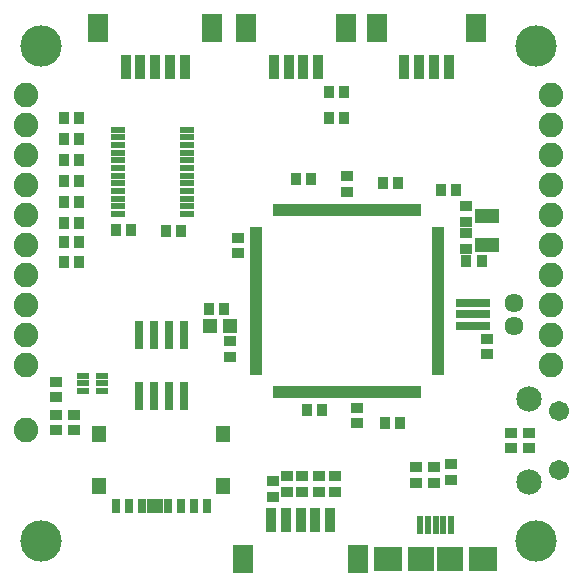
<source format=gbs>
G75*
G70*
%OFA0B0*%
%FSLAX24Y24*%
%IPPOS*%
%LPD*%
%AMOC8*
5,1,8,0,0,1.08239X$1,22.5*
%
%ADD10R,0.0513X0.0474*%
%ADD11R,0.0356X0.0434*%
%ADD12C,0.1380*%
%ADD13R,0.0470X0.0200*%
%ADD14R,0.0434X0.0198*%
%ADD15R,0.0198X0.0434*%
%ADD16R,0.0434X0.0356*%
%ADD17C,0.0820*%
%ADD18R,0.1182X0.0277*%
%ADD19R,0.1182X0.0281*%
%ADD20R,0.0828X0.0513*%
%ADD21C,0.0634*%
%ADD22R,0.0395X0.0237*%
%ADD23R,0.0316X0.0946*%
%ADD24R,0.0277X0.0474*%
%ADD25R,0.0493X0.0552*%
%ADD26R,0.0356X0.0789*%
%ADD27R,0.0710X0.0946*%
%ADD28R,0.0237X0.0631*%
%ADD29R,0.0867X0.0828*%
%ADD30R,0.0946X0.0828*%
%ADD31C,0.0674*%
%ADD32C,0.0848*%
D10*
X007665Y011440D03*
X008335Y011440D03*
D11*
X008156Y012010D03*
X007644Y012010D03*
X006706Y014615D03*
X006194Y014615D03*
X005056Y014640D03*
X004544Y014640D03*
X003306Y014890D03*
X002794Y014890D03*
X002794Y014240D03*
X003306Y014240D03*
X003306Y013590D03*
X002794Y013590D03*
X002794Y015590D03*
X003306Y015590D03*
X003306Y016290D03*
X002794Y016290D03*
X002794Y016990D03*
X003306Y016990D03*
X003306Y017690D03*
X002794Y017690D03*
X002794Y018390D03*
X003306Y018390D03*
X010534Y016340D03*
X011046Y016340D03*
X011644Y018390D03*
X012156Y018390D03*
X012156Y019250D03*
X011644Y019250D03*
X013434Y016210D03*
X013946Y016210D03*
X015364Y015990D03*
X015876Y015990D03*
X016224Y013620D03*
X016736Y013620D03*
X014006Y008215D03*
X013494Y008215D03*
X011406Y008640D03*
X010894Y008640D03*
D12*
X002050Y004290D03*
X002050Y020790D03*
X018550Y020790D03*
X018550Y004290D03*
D13*
X006899Y015183D03*
X006899Y015438D03*
X006899Y015694D03*
X006899Y015950D03*
X006899Y016206D03*
X006899Y016462D03*
X006899Y016718D03*
X006899Y016974D03*
X006899Y017230D03*
X006899Y017486D03*
X006899Y017742D03*
X006899Y017997D03*
X004601Y017997D03*
X004601Y017742D03*
X004601Y017486D03*
X004601Y017230D03*
X004601Y016974D03*
X004601Y016718D03*
X004601Y016462D03*
X004601Y016206D03*
X004601Y015950D03*
X004601Y015694D03*
X004601Y015438D03*
X004601Y015183D03*
D14*
X009211Y014652D03*
X009211Y014455D03*
X009211Y014259D03*
X009211Y014062D03*
X009211Y013865D03*
X009211Y013668D03*
X009211Y013471D03*
X009211Y013274D03*
X009211Y013077D03*
X009211Y012881D03*
X009211Y012684D03*
X009211Y012487D03*
X009211Y012290D03*
X009211Y012093D03*
X009211Y011896D03*
X009211Y011699D03*
X009211Y011503D03*
X009211Y011306D03*
X009211Y011109D03*
X009211Y010912D03*
X009211Y010715D03*
X009211Y010518D03*
X009211Y010321D03*
X009211Y010125D03*
X009211Y009928D03*
X015289Y009928D03*
X015289Y010125D03*
X015289Y010321D03*
X015289Y010518D03*
X015289Y010715D03*
X015289Y010912D03*
X015289Y011109D03*
X015289Y011306D03*
X015289Y011503D03*
X015289Y011699D03*
X015289Y011896D03*
X015289Y012093D03*
X015289Y012290D03*
X015289Y012487D03*
X015289Y012684D03*
X015289Y012881D03*
X015289Y013077D03*
X015289Y013274D03*
X015289Y013471D03*
X015289Y013668D03*
X015289Y013865D03*
X015289Y014062D03*
X015289Y014259D03*
X015289Y014455D03*
X015289Y014652D03*
D15*
X014612Y015329D03*
X014415Y015329D03*
X014219Y015329D03*
X014022Y015329D03*
X013825Y015329D03*
X013628Y015329D03*
X013431Y015329D03*
X013234Y015329D03*
X013037Y015329D03*
X012841Y015329D03*
X012644Y015329D03*
X012447Y015329D03*
X012250Y015329D03*
X012053Y015329D03*
X011856Y015329D03*
X011659Y015329D03*
X011463Y015329D03*
X011266Y015329D03*
X011069Y015329D03*
X010872Y015329D03*
X010675Y015329D03*
X010478Y015329D03*
X010281Y015329D03*
X010085Y015329D03*
X009888Y015329D03*
X009888Y009251D03*
X010085Y009251D03*
X010281Y009251D03*
X010478Y009251D03*
X010675Y009251D03*
X010872Y009251D03*
X011069Y009251D03*
X011266Y009251D03*
X011463Y009251D03*
X011659Y009251D03*
X011856Y009251D03*
X012053Y009251D03*
X012250Y009251D03*
X012447Y009251D03*
X012644Y009251D03*
X012841Y009251D03*
X013037Y009251D03*
X013234Y009251D03*
X013431Y009251D03*
X013628Y009251D03*
X013825Y009251D03*
X014022Y009251D03*
X014219Y009251D03*
X014415Y009251D03*
X014612Y009251D03*
D16*
X012575Y008721D03*
X012575Y008209D03*
X011850Y006446D03*
X011850Y005934D03*
X011300Y005934D03*
X011300Y006446D03*
X010750Y006446D03*
X010260Y006446D03*
X010260Y005934D03*
X010750Y005934D03*
X009770Y005764D03*
X009770Y006276D03*
X008350Y010434D03*
X008350Y010946D03*
X008600Y013884D03*
X008600Y014396D03*
X012250Y015934D03*
X012250Y016446D03*
X016200Y015446D03*
X016200Y014934D03*
X016200Y014546D03*
X016200Y014034D03*
X016900Y011021D03*
X016900Y010509D03*
X017700Y007896D03*
X017700Y007384D03*
X018300Y007384D03*
X018300Y007896D03*
X015700Y006846D03*
X015150Y006746D03*
X015150Y006234D03*
X015700Y006334D03*
X014550Y006234D03*
X014550Y006746D03*
X003150Y007984D03*
X003150Y008496D03*
X002550Y008496D03*
X002550Y007984D03*
X002550Y009084D03*
X002550Y009596D03*
D17*
X001550Y010140D03*
X001550Y011140D03*
X001550Y012140D03*
X001550Y013140D03*
X001550Y014140D03*
X001550Y015140D03*
X001550Y016140D03*
X001550Y017140D03*
X001550Y018140D03*
X001550Y019140D03*
X001550Y007990D03*
X019050Y010140D03*
X019050Y011140D03*
X019050Y012140D03*
X019050Y013140D03*
X019050Y014140D03*
X019050Y015140D03*
X019050Y016140D03*
X019050Y017140D03*
X019050Y018140D03*
X019050Y019140D03*
D18*
X016450Y012234D03*
X016450Y011840D03*
D19*
X016450Y011446D03*
D20*
X016900Y014148D03*
X016900Y015132D03*
D21*
X017800Y012234D03*
X017800Y011446D03*
D22*
X004065Y009796D03*
X004065Y009540D03*
X004065Y009284D03*
X003435Y009284D03*
X003435Y009540D03*
X003435Y009796D03*
D23*
X005300Y009116D03*
X005800Y009116D03*
X006300Y009116D03*
X006800Y009116D03*
X006800Y011164D03*
X006300Y011164D03*
X005800Y011164D03*
X005300Y011164D03*
D24*
X005400Y005468D03*
X005696Y005468D03*
X005971Y005468D03*
X006267Y005468D03*
X006700Y005468D03*
X007133Y005468D03*
X007566Y005468D03*
X004967Y005468D03*
X004534Y005468D03*
D25*
X003993Y006102D03*
X003993Y007854D03*
X008107Y007854D03*
X008107Y006102D03*
D26*
X009716Y004990D03*
X010208Y004990D03*
X010700Y004990D03*
X011192Y004990D03*
X011684Y004990D03*
X011284Y020090D03*
X010792Y020090D03*
X010300Y020090D03*
X009808Y020090D03*
X006834Y020090D03*
X006342Y020090D03*
X005850Y020090D03*
X005358Y020090D03*
X004866Y020090D03*
X014158Y020090D03*
X014650Y020090D03*
X015142Y020090D03*
X015634Y020090D03*
D27*
X016559Y021389D03*
X013241Y021389D03*
X012209Y021389D03*
X008891Y021389D03*
X007759Y021389D03*
X003941Y021389D03*
X008791Y003691D03*
X012609Y003691D03*
D28*
X014688Y004812D03*
X014944Y004812D03*
X015200Y004812D03*
X015456Y004812D03*
X015712Y004812D03*
D29*
X015692Y003690D03*
X014708Y003690D03*
D30*
X013625Y003690D03*
X016775Y003690D03*
D31*
X019300Y006640D03*
X019300Y008609D03*
D32*
X018316Y009002D03*
X018316Y006246D03*
M02*

</source>
